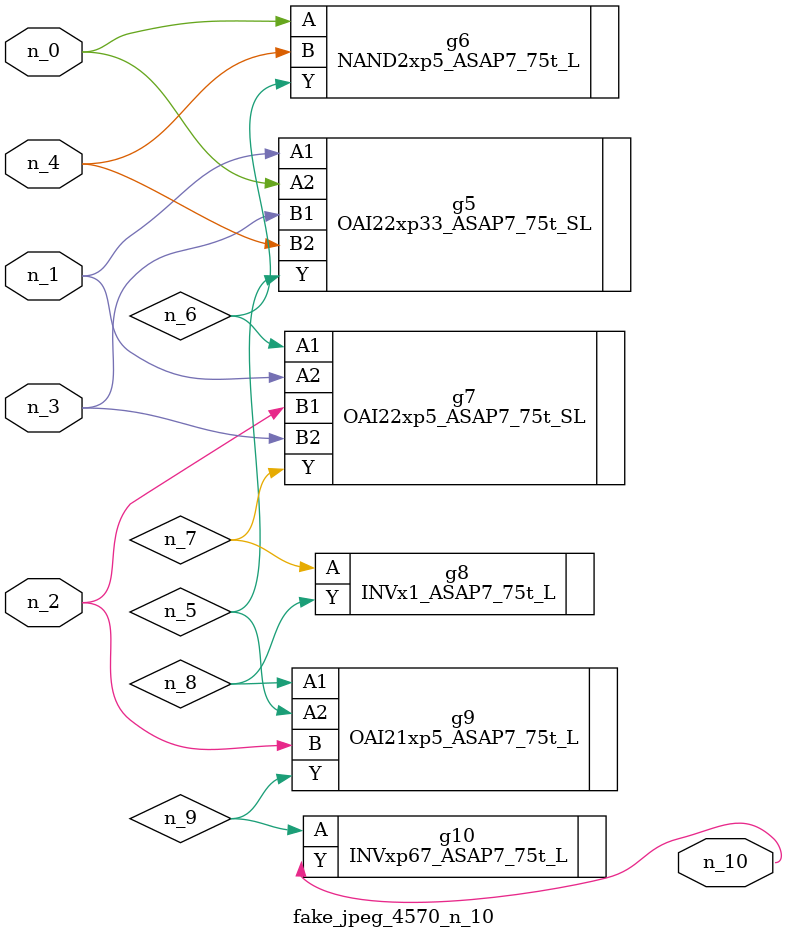
<source format=v>
module fake_jpeg_4570_n_10 (n_3, n_2, n_1, n_0, n_4, n_10);

input n_3;
input n_2;
input n_1;
input n_0;
input n_4;

output n_10;

wire n_8;
wire n_9;
wire n_6;
wire n_5;
wire n_7;

OAI22xp33_ASAP7_75t_SL g5 ( 
.A1(n_1),
.A2(n_0),
.B1(n_3),
.B2(n_4),
.Y(n_5)
);

NAND2xp5_ASAP7_75t_L g6 ( 
.A(n_0),
.B(n_4),
.Y(n_6)
);

OAI22xp5_ASAP7_75t_SL g7 ( 
.A1(n_6),
.A2(n_1),
.B1(n_2),
.B2(n_3),
.Y(n_7)
);

INVx1_ASAP7_75t_L g8 ( 
.A(n_7),
.Y(n_8)
);

OAI21xp5_ASAP7_75t_L g9 ( 
.A1(n_8),
.A2(n_5),
.B(n_2),
.Y(n_9)
);

INVxp67_ASAP7_75t_L g10 ( 
.A(n_9),
.Y(n_10)
);


endmodule
</source>
